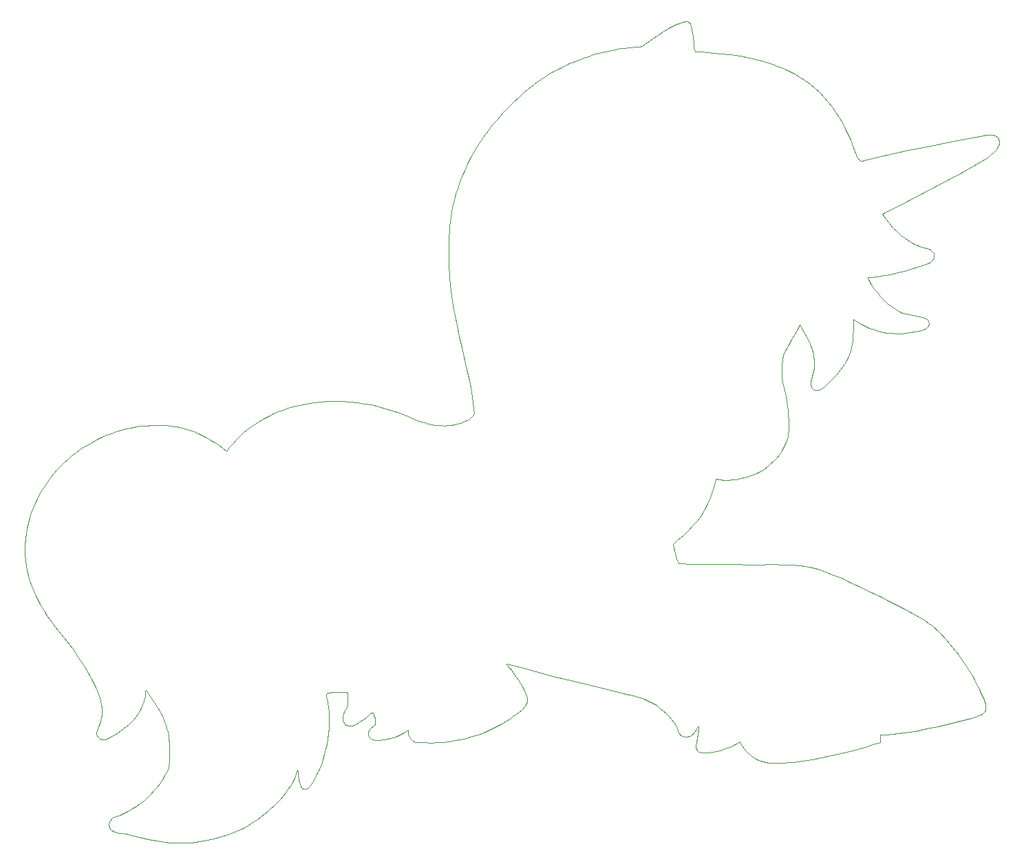
<source format=gbr>
%TF.GenerationSoftware,KiCad,Pcbnew,8.0.1*%
%TF.CreationDate,2024-04-02T10:44:01+02:00*%
%TF.ProjectId,Einhorn,45696e68-6f72-46e2-9e6b-696361645f70,rev?*%
%TF.SameCoordinates,Original*%
%TF.FileFunction,Profile,NP*%
%FSLAX46Y46*%
G04 Gerber Fmt 4.6, Leading zero omitted, Abs format (unit mm)*
G04 Created by KiCad (PCBNEW 8.0.1) date 2024-04-02 10:44:01*
%MOMM*%
%LPD*%
G01*
G04 APERTURE LIST*
%TA.AperFunction,Profile*%
%ADD10C,0.100000*%
%TD*%
G04 APERTURE END LIST*
D10*
X28613860Y-95213200D02*
X29093870Y-95971000D01*
X44070810Y-117159400D02*
X44941310Y-116966400D01*
X73863510Y-42201800D02*
X73829210Y-42795400D01*
X75790610Y-65597400D02*
X75505210Y-65714300D01*
X32353610Y-104385600D02*
X32726010Y-104178600D01*
X126106610Y-54357900D02*
X126650610Y-54515600D01*
X88669910Y-21584100D02*
X87553410Y-22114600D01*
X114180610Y-21857300D02*
X113626310Y-21654600D01*
X74876810Y-36965900D02*
X74701710Y-37533500D01*
X26983510Y-70246900D02*
X26520220Y-70665600D01*
X125529610Y-48341100D02*
X125431610Y-48175300D01*
X115214710Y-56931300D02*
X115359810Y-56632900D01*
X104471810Y-103148600D02*
X104493610Y-103138600D01*
X61002410Y-98941900D02*
X61195010Y-98981800D01*
X60777510Y-101924300D02*
X60759210Y-102068300D01*
X113066110Y-21468800D02*
X112500610Y-21298900D01*
X105737410Y-83233000D02*
X103897810Y-83208700D01*
X35347810Y-66303700D02*
X34734210Y-66413200D01*
X115535610Y-67419200D02*
X115584210Y-67140900D01*
X126869610Y-104309700D02*
X126908610Y-104233700D01*
X64158310Y-101592600D02*
X64297810Y-101501500D01*
X54573210Y-109999400D02*
X54814810Y-109528400D01*
X65628710Y-104820900D02*
X65910010Y-104786100D01*
X115093110Y-57236500D02*
X115214710Y-56931300D01*
X73810710Y-43390000D02*
X73807910Y-43985100D01*
X127767610Y-54728100D02*
X128334610Y-54784100D01*
X131670610Y-52717000D02*
X130850610Y-52569900D01*
X62541210Y-63296200D02*
X61651710Y-63200300D01*
X113370910Y-70870700D02*
X113740910Y-70515600D01*
X59866510Y-63119300D02*
X58973710Y-63136100D01*
X138511610Y-97449500D02*
X138215610Y-96916500D01*
X23166220Y-75127200D02*
X22898100Y-75691000D01*
X22263390Y-85243900D02*
X22478180Y-85864300D01*
X105983110Y-74990300D02*
X106253610Y-74246900D01*
X70142410Y-105123200D02*
X70880010Y-105160300D01*
X36448710Y-99545200D02*
X36468010Y-99390300D01*
X25230000Y-72020000D02*
X24835660Y-72502600D01*
X39429110Y-105167500D02*
X39441510Y-106638100D01*
X122942610Y-57781500D02*
X123114610Y-57383400D01*
X73818210Y-46462800D02*
X73887110Y-47699100D01*
X105087710Y-76819500D02*
X105298710Y-76463300D01*
X35579510Y-101613400D02*
X35803210Y-101252300D01*
X22229110Y-77476900D02*
X22055900Y-78110100D01*
X138794610Y-97989600D02*
X138511610Y-97449500D01*
X96868810Y-19544800D02*
X96101710Y-19618800D01*
X45977010Y-68921200D02*
X45509310Y-68568900D01*
X34140010Y-116388400D02*
X34443310Y-116445400D01*
X47637110Y-67886200D02*
X47213210Y-68338000D01*
X37139010Y-111496400D02*
X36722610Y-111899400D01*
X21734224Y-82676400D02*
X21817311Y-83327800D01*
X74542210Y-38105500D02*
X74398310Y-38681600D01*
X102788810Y-104419300D02*
X102930510Y-104438200D01*
X55499210Y-110305400D02*
X55629310Y-110561400D01*
X33452110Y-103717100D02*
X33801610Y-103462800D01*
X58719710Y-99391200D02*
X58709010Y-99301400D01*
X37103010Y-99442400D02*
X37594210Y-100192900D01*
X37534310Y-111072400D02*
X37139010Y-111496400D01*
X70883110Y-65794400D02*
X70095010Y-65543400D01*
X63008510Y-102508300D02*
X63552410Y-102125000D01*
X118597110Y-57076200D02*
X118670010Y-57403900D01*
X116974010Y-53757400D02*
X117347510Y-54312400D01*
X82364210Y-97451200D02*
X82085910Y-97039200D01*
X73807910Y-43985100D02*
X73791510Y-45224500D01*
X42968210Y-67106300D02*
X42425910Y-66882200D01*
X123502610Y-55241400D02*
X123565610Y-54135700D01*
X109614210Y-20661300D02*
X108442710Y-20489700D01*
X36603710Y-98710300D02*
X37103010Y-99442400D01*
X140917610Y-30422500D02*
X140782610Y-30379800D01*
X104216710Y-105499200D02*
X104204510Y-105819900D01*
X139506610Y-99540000D02*
X139345610Y-99203000D01*
X104415310Y-103221600D02*
X104471810Y-103148600D01*
X63923610Y-104129600D02*
X63934510Y-104246400D01*
X58753110Y-99165800D02*
X58802910Y-99116900D01*
X76871610Y-63982900D02*
X76940810Y-64671400D01*
X140830610Y-32533800D02*
X141063610Y-32295100D01*
X41314610Y-66512100D02*
X40747510Y-66368600D01*
X62716910Y-102706200D02*
X63008510Y-102508300D01*
X34870110Y-113286400D02*
X34366210Y-113572400D01*
X103599610Y-16960850D02*
X103518510Y-16748810D01*
X37209110Y-66124300D02*
X36586010Y-66158800D01*
X101395910Y-80698800D02*
X102030210Y-80169000D01*
X63947210Y-103889500D02*
X63923610Y-104129600D01*
X39141610Y-103409400D02*
X39253310Y-103838700D01*
X24726660Y-89973400D02*
X25404540Y-90874400D01*
X93351910Y-20029800D02*
X92750010Y-20169400D01*
X83384010Y-100291900D02*
X83443310Y-100090600D01*
X64356110Y-104763200D02*
X64491610Y-104798400D01*
X115021010Y-61438400D02*
X114910410Y-60802500D01*
X32634810Y-116115400D02*
X32920810Y-116212400D01*
X31369610Y-104796600D02*
X31499110Y-104787900D01*
X30887510Y-102834200D02*
X30756930Y-103197500D01*
X56310910Y-63428200D02*
X55433210Y-63609400D01*
X115269510Y-22316400D02*
X114728610Y-22077600D01*
X97314910Y-99583700D02*
X97852010Y-99775900D01*
X140577610Y-32755300D02*
X140830610Y-32533800D01*
X132073610Y-52810100D02*
X131670610Y-52717000D01*
X49023410Y-66636800D02*
X48543310Y-67034900D01*
X133047610Y-46037600D02*
X133273610Y-45843800D01*
X106702510Y-72730000D02*
X107209110Y-72792700D01*
X38676410Y-102159700D02*
X38851010Y-102570100D01*
X114787710Y-69240300D02*
X115068910Y-68748300D01*
X128430610Y-41756300D02*
X127987610Y-41235800D01*
X39399210Y-104717600D02*
X39429110Y-105167500D01*
X80971010Y-95433300D02*
X81026910Y-95439100D01*
X131215610Y-103737500D02*
X132607610Y-103471600D01*
X125972610Y-86717200D02*
X124063610Y-85800000D01*
X74270110Y-39261400D02*
X74157410Y-39844400D01*
X116196010Y-107552700D02*
X117372510Y-107403900D01*
X33092810Y-103955800D02*
X33452110Y-103717100D01*
X76010910Y-104582100D02*
X76723910Y-104382300D01*
X30976610Y-100062100D02*
X31081610Y-100499800D01*
X59807710Y-98932100D02*
X60204410Y-98902000D01*
X111054010Y-106785100D02*
X111323410Y-106974500D01*
X60204410Y-98902000D02*
X60606210Y-98901200D01*
X21725958Y-80051600D02*
X21679709Y-80707300D01*
X61625210Y-103095500D02*
X61786010Y-103088400D01*
X133497610Y-45494900D02*
X133531610Y-45366300D01*
X102286210Y-104159000D02*
X102397810Y-104252400D01*
X103257210Y-79051400D02*
X103832410Y-78454900D01*
X32040910Y-115531400D02*
X32088610Y-115653400D01*
X64027110Y-103654900D02*
X63947210Y-103889500D01*
X123495610Y-55689700D02*
X123502610Y-55241400D01*
X125977610Y-105405000D02*
X126895610Y-105103100D01*
X69695810Y-105083900D02*
X69837110Y-105116400D01*
X115391810Y-63130000D02*
X115283410Y-62562700D01*
X74831010Y-53813500D02*
X75121710Y-55164800D01*
X125573610Y-54165000D02*
X126106610Y-54357900D01*
X29093870Y-95971000D02*
X29555450Y-96748500D01*
X102933010Y-16353070D02*
X102933010Y-16353070D01*
X64776810Y-104829700D02*
X65061710Y-104843400D01*
X132679610Y-53067300D02*
X132583610Y-52993200D01*
X100886610Y-101880100D02*
X101199810Y-102241800D01*
X114458610Y-69702800D02*
X114787710Y-69240300D01*
X31178110Y-67557500D02*
X30613380Y-67825000D01*
X67278010Y-104407200D02*
X67799510Y-104173800D01*
X69122210Y-104688300D02*
X69217610Y-104793700D01*
X106474610Y-20273400D02*
X105674710Y-20211000D01*
X57293110Y-109611400D02*
X57593010Y-109032400D01*
X49451910Y-115135400D02*
X49820310Y-114880400D01*
X128904610Y-54807400D02*
X129475610Y-54798900D01*
X131539610Y-89597000D02*
X130632610Y-89081900D01*
X64572110Y-101667300D02*
X64609310Y-101797100D01*
X122212610Y-28877600D02*
X121820610Y-28201600D01*
X141162610Y-30549400D02*
X141044610Y-30478900D01*
X59438710Y-98982400D02*
X59637610Y-98964100D01*
X110328610Y-106110800D02*
X110555610Y-106351800D01*
X61463510Y-103079800D02*
X61625210Y-103095500D01*
X132815610Y-53248600D02*
X132756610Y-53153200D01*
X52687510Y-112537400D02*
X53047210Y-112148400D01*
X103217410Y-104422500D02*
X103358110Y-104388600D01*
X80943010Y-95446100D02*
X80971010Y-95433300D01*
X104460110Y-106205700D02*
X104573410Y-106285400D01*
X36286310Y-112280400D02*
X35831410Y-112639400D01*
X101730410Y-103033300D02*
X101939310Y-103462500D01*
X103944610Y-103970600D02*
X104022810Y-103839400D01*
X126558610Y-47781900D02*
X127387610Y-47662100D01*
X54022410Y-110899400D02*
X54308610Y-110456400D01*
X115584210Y-67140900D02*
X115616710Y-66859800D01*
X34734210Y-66413200D02*
X34125310Y-66546700D01*
X125429610Y-47885700D02*
X125496610Y-47864200D01*
X52215910Y-64678700D02*
X51652010Y-64950300D01*
X114993610Y-57547900D02*
X115093110Y-57236500D01*
X127835610Y-87661300D02*
X126899610Y-87195700D01*
X91559410Y-20497900D02*
X90971210Y-20685700D01*
X61138110Y-102970300D02*
X61301010Y-103038800D01*
X32523110Y-114387400D02*
X32411810Y-114467400D01*
X68789010Y-103892200D02*
X68851310Y-104179200D01*
X134157610Y-91595500D02*
X133280610Y-90750200D01*
X26802200Y-92650200D02*
X27483510Y-93550200D01*
X121402610Y-27542800D02*
X120957610Y-26904000D01*
X118695310Y-61716300D02*
X118807810Y-61767000D01*
X115618910Y-65426100D02*
X115597810Y-64848700D01*
X120160510Y-84150000D02*
X119159410Y-83808000D01*
X69323210Y-104887400D02*
X69438410Y-104967900D01*
X30880310Y-104670800D02*
X30993710Y-104725300D01*
X28462340Y-69096000D02*
X27955320Y-69461600D01*
X105674710Y-20211000D02*
X104878310Y-20153000D01*
X103897810Y-83208700D02*
X102067710Y-83144100D01*
X51523210Y-113622400D02*
X51924310Y-113274400D01*
X132607610Y-103471600D02*
X133992610Y-103167500D01*
X82880710Y-98299100D02*
X82630910Y-97870800D01*
X119710510Y-106975700D02*
X120873610Y-106722400D01*
X113824810Y-107654400D02*
X114420010Y-107657400D01*
X140496610Y-30332700D02*
X140201610Y-30333100D01*
X51111010Y-113957400D02*
X51523210Y-113622400D01*
X72358210Y-105143700D02*
X73096210Y-105090400D01*
X103494010Y-104337800D02*
X103622810Y-104270200D01*
X101482510Y-102626300D02*
X101730410Y-103033300D01*
X61301010Y-103038800D02*
X61463510Y-103079800D01*
X139851610Y-100574000D02*
X139821610Y-100398800D01*
X132235610Y-46361800D02*
X132507610Y-46303000D01*
X44941310Y-116966400D02*
X45804110Y-116741400D01*
X103358110Y-104388600D02*
X103494010Y-104337800D01*
X139657610Y-99880500D02*
X139506610Y-99540000D01*
X111323410Y-106974500D02*
X111604810Y-107144100D01*
X131725610Y-54457500D02*
X132268610Y-54298600D01*
X118890410Y-24605300D02*
X118298310Y-24108800D01*
X69837110Y-105116400D02*
X69986110Y-105130000D01*
X119159410Y-83808000D02*
X118145510Y-83505300D01*
X78049710Y-30627000D02*
X77524710Y-31413500D01*
X100164310Y-17670200D02*
X99517310Y-18092100D01*
X55353910Y-109735400D02*
X55411010Y-110027400D01*
X107619210Y-105985000D02*
X108037810Y-105842500D01*
X60606210Y-98901200D02*
X61002410Y-98941900D01*
X125723610Y-47872600D02*
X126558610Y-47781900D01*
X121150610Y-84525600D02*
X120160510Y-84150000D01*
X65180610Y-63792800D02*
X64307010Y-63593400D01*
X58884110Y-100138300D02*
X58755710Y-99497700D01*
X131446610Y-46645000D02*
X132235610Y-46361800D01*
X130441610Y-52490800D02*
X130039610Y-52391300D01*
X104022810Y-103839400D02*
X104101010Y-103764700D01*
X39339910Y-104274700D02*
X39399210Y-104717600D01*
X101878310Y-82538900D02*
X101708210Y-81928100D01*
X104204510Y-105819900D02*
X104274010Y-105975200D01*
X128212610Y-47513700D02*
X129031610Y-47337200D01*
X53390410Y-111745400D02*
X53715910Y-111329400D01*
X34463410Y-102907500D02*
X34771510Y-102606700D01*
X30483320Y-104058400D02*
X30504310Y-104191800D01*
X117062010Y-83366400D02*
X115974710Y-83283200D01*
X55411010Y-110027400D02*
X55499210Y-110305400D01*
X120849610Y-60584400D02*
X121458610Y-59948700D01*
X106762410Y-106203500D02*
X107193410Y-106104800D01*
X117372510Y-107403900D02*
X118543810Y-107207300D01*
X44530610Y-67920500D02*
X44021510Y-67626700D01*
X132856610Y-53351200D02*
X132815610Y-53248600D01*
X114884610Y-83242800D02*
X113792510Y-83232400D01*
X47893610Y-115988400D02*
X48294610Y-115798400D01*
X140071610Y-33153300D02*
X140577610Y-32755300D01*
X49074410Y-115373400D02*
X49451910Y-115135400D01*
X124162610Y-33233800D02*
X124062610Y-33032600D01*
X115013610Y-107640400D02*
X115605610Y-107605400D01*
X126995610Y-104204600D02*
X127703610Y-104168600D01*
X118807810Y-61767000D02*
X118927010Y-61795300D01*
X141361610Y-30735200D02*
X141268610Y-30634700D01*
X73997210Y-48932200D02*
X74147610Y-50161200D01*
X54562810Y-63834300D02*
X53964410Y-64007700D01*
X116618210Y-54406400D02*
X116974010Y-53757400D01*
X48080810Y-67451600D02*
X47637110Y-67886200D01*
X21683694Y-82021300D02*
X21734224Y-82676400D01*
X100825310Y-17274550D02*
X100164310Y-17670200D01*
X61945510Y-103061100D02*
X62103710Y-103015900D01*
X75273710Y-35845800D02*
X75067510Y-36403200D01*
X102187810Y-104046200D02*
X102286210Y-104159000D01*
X118543810Y-107207300D02*
X119710510Y-106975700D01*
X50258210Y-114586400D02*
X50688910Y-114278400D01*
X33801610Y-103462800D02*
X34139510Y-103192900D01*
X71282710Y-65897900D02*
X70883110Y-65794400D01*
X118927010Y-61795300D02*
X119051110Y-61803100D01*
X132424610Y-90149700D02*
X131539610Y-89597000D01*
X73913410Y-41609500D02*
X73863510Y-42201800D01*
X118737610Y-59075800D02*
X118670710Y-59411300D01*
X130045610Y-54758900D02*
X130612610Y-54688300D01*
X133391610Y-44812000D02*
X133285610Y-44693000D01*
X56326210Y-110836400D02*
X56436210Y-110786400D01*
X77524710Y-31413500D02*
X77029210Y-32219100D01*
X36414310Y-99660700D02*
X36448710Y-99545200D01*
X141063610Y-32295100D02*
X141265610Y-32037500D01*
X32089810Y-114895400D02*
X32045110Y-115020400D01*
X45509310Y-68568900D02*
X45026910Y-68234900D01*
X101851910Y-16753840D02*
X101504310Y-16915900D01*
X133473610Y-44955000D02*
X133391610Y-44812000D01*
X127577610Y-40685500D02*
X127198610Y-40108900D01*
X133441610Y-45617900D02*
X133497610Y-45494900D01*
X74157410Y-39844400D02*
X74060410Y-40430400D01*
X76132010Y-33886800D02*
X75732810Y-34748200D01*
X133044610Y-44503100D02*
X132911610Y-44428300D01*
X97618210Y-19406000D02*
X97246510Y-19487100D01*
X77428110Y-104153900D02*
X78122110Y-103897000D01*
X109749110Y-105307200D02*
X109924310Y-105587100D01*
X23247460Y-87582100D02*
X23509050Y-88082500D01*
X56727710Y-110535400D02*
X56894010Y-110311400D01*
X38851010Y-102570100D02*
X39006810Y-102986600D01*
X86620510Y-96963800D02*
X88424810Y-97411900D01*
X81728010Y-101942000D02*
X82083510Y-101688200D01*
X39463010Y-117466400D02*
X39996210Y-117504400D01*
X103851510Y-18288300D02*
X103799510Y-17838200D01*
X34139510Y-103192900D02*
X34463410Y-102907500D01*
X103074110Y-104439200D02*
X103217410Y-104422500D01*
X119982510Y-25697700D02*
X119451510Y-25135800D01*
X130839610Y-43637000D02*
X130537610Y-43471200D01*
X64609310Y-101797100D02*
X64708110Y-101988300D01*
X102653610Y-79621300D02*
X103257210Y-79051400D01*
X61259110Y-100847200D02*
X61105910Y-101088900D01*
X76042510Y-59215500D02*
X76326110Y-60570300D01*
X94947110Y-19734000D02*
X94567710Y-19802300D01*
X61195010Y-98981800D02*
X61382210Y-99036700D01*
X124433610Y-33514100D02*
X124353610Y-33465300D01*
X132507610Y-46303000D02*
X132785610Y-46192800D01*
X126543610Y-49773500D02*
X126177610Y-49298000D01*
X121458610Y-59948700D02*
X121748610Y-59614400D01*
X139345610Y-99203000D02*
X139191610Y-98868800D01*
X117018010Y-23229700D02*
X116328210Y-22852700D01*
X121748610Y-59614400D02*
X122023610Y-59269100D01*
X55263010Y-108833400D02*
X55290610Y-109131400D01*
X132809610Y-53891700D02*
X132850610Y-53787600D01*
X113626310Y-21654600D02*
X113066110Y-21468800D01*
X129475610Y-54798900D02*
X130045610Y-54758900D01*
X124521610Y-33544700D02*
X124433610Y-33514100D01*
X104101010Y-103764700D02*
X104183810Y-103640700D01*
X114813810Y-58509700D02*
X114855310Y-58185400D01*
X64528210Y-101574500D02*
X64572110Y-101667300D01*
X115885810Y-55693300D02*
X116252010Y-55049900D01*
X30776530Y-104601800D02*
X30880310Y-104670800D01*
X105429910Y-106409300D02*
X105742610Y-106370600D01*
X33317710Y-114066400D02*
X32775510Y-114273400D01*
X82440510Y-101423500D02*
X82776910Y-101139500D01*
X118012410Y-55493200D02*
X118285910Y-56114100D01*
X103850410Y-104086300D02*
X103944610Y-103970600D01*
X47213210Y-68338000D02*
X46810210Y-68806400D01*
X83477910Y-99648000D02*
X83309410Y-99186500D01*
X60768710Y-102350200D02*
X60799710Y-102486100D01*
X115481910Y-63700300D02*
X115391810Y-63130000D01*
X93957910Y-19907300D02*
X93351910Y-20029800D01*
X82630910Y-97870800D02*
X82364210Y-97451200D01*
X123370610Y-56556700D02*
X123450610Y-56128200D01*
X127987610Y-41235800D02*
X127577610Y-40685500D01*
X30546400Y-104313400D02*
X30607320Y-104422600D01*
X29986570Y-97546000D02*
X30375160Y-98363900D01*
X58691710Y-105966600D02*
X58829010Y-105328600D01*
X71619110Y-105167100D02*
X72358210Y-105143700D01*
X30852010Y-99629600D02*
X30976610Y-100062100D01*
X141439610Y-30851600D02*
X141361610Y-30735200D01*
X32045110Y-115020400D02*
X32016910Y-115148400D01*
X88424810Y-97411900D02*
X92039110Y-98286200D01*
X22726270Y-86472700D02*
X23007800Y-87067500D01*
X56894010Y-110311400D02*
X57041510Y-110068400D01*
X105671810Y-75717700D02*
X105983110Y-74990300D01*
X29514780Y-68421200D02*
X28982410Y-68749000D01*
X123189610Y-106202600D02*
X124124610Y-105956400D01*
X132785610Y-46192800D02*
X133047610Y-46037600D01*
X36000610Y-100876300D02*
X36169610Y-100485700D01*
X66189310Y-104736700D02*
X66740210Y-104596800D01*
X114910410Y-60802500D02*
X114827510Y-60152200D01*
X73829210Y-42795400D02*
X73810710Y-43390000D01*
X45026910Y-68234900D02*
X44530610Y-67920500D01*
X126650610Y-54515600D02*
X127205610Y-54638800D01*
X75067510Y-36403200D02*
X74876810Y-36965900D01*
X126927610Y-50234500D02*
X126543610Y-49773500D01*
X117347510Y-54312400D02*
X117696610Y-54891800D01*
X40747510Y-66368600D02*
X40174010Y-66254400D01*
X130612610Y-54688300D02*
X131172610Y-54587600D01*
X118780310Y-58403600D02*
X118777210Y-58741300D01*
X32364610Y-115970400D02*
X32634810Y-116115400D01*
X64297810Y-101501500D02*
X64362410Y-101482400D01*
X114855310Y-58185400D02*
X114914810Y-57864500D01*
X109226610Y-105264700D02*
X109593110Y-105017100D01*
X70880010Y-105160300D02*
X71619110Y-105167100D01*
X122922610Y-30269800D02*
X122579610Y-29568000D01*
X96101710Y-19618800D02*
X95330310Y-19685500D01*
X23790180Y-88570300D02*
X24088420Y-89047000D01*
X22478180Y-85864300D02*
X22726270Y-86472700D01*
X104183810Y-103640700D02*
X104345510Y-103344400D01*
X104387510Y-104542900D02*
X104258510Y-105180100D01*
X78602910Y-29860000D02*
X78049710Y-30627000D01*
X25404540Y-90874400D02*
X26802200Y-92650200D01*
X61105910Y-101088900D02*
X60965810Y-101354800D01*
X139778610Y-100224900D02*
X139657610Y-99880500D01*
X132329610Y-44216200D02*
X131718610Y-44046700D01*
X50688910Y-114278400D02*
X51111010Y-113957400D01*
X104258510Y-105180100D02*
X104216710Y-105499200D01*
X141500610Y-30984500D02*
X141439610Y-30851600D01*
X27462130Y-69845400D02*
X26983510Y-70246900D01*
X102565710Y-16471070D02*
X102205510Y-16605120D01*
X57593010Y-109032400D02*
X57866610Y-108440400D01*
X106253610Y-74246900D02*
X106490910Y-73492000D01*
X36495310Y-98881600D02*
X36514410Y-98761400D01*
X41874410Y-66683700D02*
X41314610Y-66512100D01*
X115612410Y-66005200D02*
X115618910Y-65426100D01*
X97852010Y-99775900D02*
X98373710Y-100002200D01*
X64143510Y-104640400D02*
X64240310Y-104709800D01*
X99806510Y-100935100D02*
X100185710Y-101226400D01*
X28982410Y-68749000D02*
X28462340Y-69096000D01*
X32411810Y-114467400D02*
X32311810Y-114559400D01*
X30485720Y-103913600D02*
X30483320Y-104058400D01*
X58082610Y-63192500D02*
X57194510Y-63289600D01*
X40530110Y-117525400D02*
X41064210Y-117527400D01*
X132211610Y-31848500D02*
X130359610Y-32227500D01*
X118762710Y-58067900D02*
X118780310Y-58403600D01*
X139912610Y-30376400D02*
X139644610Y-30458100D01*
X92039110Y-98286200D02*
X95651210Y-99164200D01*
X56539510Y-110718400D02*
X56727710Y-110535400D01*
X125388610Y-47921900D02*
X125429610Y-47885700D01*
X74536610Y-66011300D02*
X74129810Y-66079700D01*
X46429110Y-69290600D02*
X45977010Y-68921200D01*
X30375160Y-98363900D02*
X30549750Y-98780600D01*
X61335310Y-100417600D02*
X61259110Y-100847200D01*
X133531610Y-45366300D02*
X133540610Y-45232900D01*
X59230810Y-98999200D02*
X59438710Y-98982400D01*
X110797810Y-106577000D02*
X111054010Y-106785100D01*
X35358910Y-112975400D02*
X34870110Y-113286400D01*
X58981710Y-100783700D02*
X58884110Y-100138300D01*
X55952410Y-110844400D02*
X56084810Y-110867400D01*
X132683610Y-54078100D02*
X132753610Y-53989300D01*
X66902010Y-64288000D02*
X66046010Y-64024700D01*
X120873610Y-106722400D02*
X123189610Y-106202600D01*
X35770910Y-116811400D02*
X36815610Y-117056400D01*
X126895610Y-105103100D02*
X126924610Y-104988400D01*
X103062410Y-16370300D02*
X102933010Y-16353070D01*
X74337310Y-51385100D02*
X74565410Y-52602900D01*
X39435410Y-107393500D02*
X39396910Y-108132400D01*
X64307010Y-63593400D02*
X63426710Y-63427500D01*
X103832410Y-78454900D02*
X104370210Y-77827600D01*
X30613380Y-67825000D02*
X30058690Y-68113000D01*
X113488110Y-107663400D02*
X113824810Y-107654400D01*
X74147610Y-50161200D02*
X74337310Y-51385100D01*
X73887110Y-47699100D02*
X73997210Y-48932200D01*
X124731610Y-33541800D02*
X124620610Y-33554800D01*
X30058690Y-68113000D02*
X29514780Y-68421200D01*
X55629310Y-110561400D02*
X55713410Y-110680400D01*
X73721910Y-66121800D02*
X73313310Y-66138800D01*
X103799510Y-17838200D02*
X103720610Y-17394550D01*
X28127470Y-94474800D02*
X28613860Y-95213200D01*
X130632610Y-89081900D02*
X129708610Y-88594300D01*
X104345510Y-103344400D02*
X104415310Y-103221600D01*
X104573410Y-106285400D02*
X104697810Y-106344400D01*
X129031610Y-47337200D02*
X129844610Y-47133300D01*
X27955320Y-69461600D02*
X27462130Y-69845400D01*
X118670010Y-57403900D02*
X118725610Y-57734600D01*
X60850510Y-102617200D02*
X60922810Y-102742300D01*
X102520210Y-104326800D02*
X102651310Y-104382300D01*
X104973710Y-106409500D02*
X105121810Y-106420200D01*
X53964410Y-64007700D02*
X53373110Y-64206600D01*
X64004610Y-104462400D02*
X64065210Y-104557200D01*
X82440610Y-25681600D02*
X81745810Y-26326200D01*
X89809710Y-21106500D02*
X88669910Y-21584100D01*
X104861910Y-77165200D02*
X105087710Y-76819500D01*
X123976610Y-32816500D02*
X123894610Y-32604600D01*
X58113610Y-107836400D02*
X58333610Y-107221600D01*
X92152410Y-20325600D02*
X91559410Y-20497900D01*
X132583610Y-52993200D02*
X132468610Y-52933100D01*
X21933100Y-83974000D02*
X22081740Y-84613300D01*
X64642110Y-102978500D02*
X64510010Y-103139100D01*
X101504310Y-16915900D02*
X100825310Y-17274550D01*
X32088610Y-115653400D02*
X32157710Y-115768400D01*
X119308110Y-61764800D02*
X119565810Y-61667400D01*
X136909610Y-34990200D02*
X138498610Y-34086100D01*
X120484110Y-26288000D02*
X119982510Y-25697700D01*
X108741810Y-72798400D02*
X109250110Y-72739900D01*
X141518610Y-31458800D02*
X141540610Y-31299600D01*
X24460470Y-72999900D02*
X24105160Y-73511600D01*
X107268510Y-20356100D02*
X106474610Y-20273400D01*
X110739110Y-72384200D02*
X111216610Y-72205900D01*
X53047210Y-112148400D02*
X53390410Y-111745400D01*
X55713410Y-110680400D02*
X55811910Y-110790400D01*
X36169610Y-100485700D02*
X36308210Y-100080400D01*
X58973710Y-63136100D02*
X58082610Y-63192500D01*
X99517310Y-18092100D02*
X98880010Y-18529200D01*
X139863610Y-100750500D02*
X139851610Y-100574000D01*
X124620610Y-33554800D02*
X124521610Y-33544700D01*
X79474710Y-103298600D02*
X80130710Y-102957600D01*
X101199810Y-102241800D02*
X101482510Y-102626300D01*
X39253310Y-103838700D02*
X39339910Y-104274700D01*
X32775510Y-114273400D02*
X32644710Y-114321400D01*
X58829010Y-105328600D02*
X58938110Y-104685200D01*
X59637610Y-98964100D02*
X59807710Y-98932100D01*
X129959610Y-43104500D02*
X129415610Y-42694100D01*
X138562610Y-101970100D02*
X139036610Y-101826900D01*
X141542610Y-31134300D02*
X141500610Y-30984500D01*
X81514910Y-96233100D02*
X81429910Y-96103500D01*
X78122110Y-103897000D02*
X78804710Y-103611800D01*
X74701710Y-37533500D02*
X74542210Y-38105500D01*
X103183210Y-16422330D02*
X103062410Y-16370300D01*
X22081740Y-84613300D02*
X22263390Y-85243900D01*
X41064210Y-117527400D02*
X41598410Y-117509400D01*
X34125310Y-66546700D02*
X33521910Y-66703700D01*
X22653670Y-76266700D02*
X22433700Y-76853700D01*
X39011210Y-66119100D02*
X38423910Y-66100300D01*
X62103710Y-103015900D02*
X62414610Y-102881900D01*
X112500610Y-21298900D02*
X111930510Y-21144300D01*
X82776910Y-101139500D02*
X82930610Y-100987800D01*
X76940810Y-64671400D02*
X76773710Y-64916800D01*
X33523510Y-116316400D02*
X34140010Y-116388400D01*
X101708210Y-81928100D02*
X101395910Y-80698800D01*
X108446710Y-105675900D02*
X108843710Y-105483800D01*
X115605610Y-107605400D02*
X116196010Y-107552700D01*
X76723910Y-104382300D02*
X77428110Y-104153900D01*
X38485110Y-101755200D02*
X38676410Y-102159700D01*
X61018110Y-102860300D02*
X61138110Y-102970300D01*
X133169610Y-44590700D02*
X133044610Y-44503100D01*
X141044610Y-30478900D02*
X140917610Y-30422500D01*
X69986110Y-105130000D02*
X70142410Y-105123200D01*
X141540610Y-31299600D02*
X141542610Y-31134300D01*
X80130710Y-102957600D02*
X80771510Y-102589000D01*
X30504310Y-104191800D02*
X30546400Y-104313400D01*
X121820610Y-28201600D02*
X121402610Y-27542800D01*
X115802910Y-22574500D02*
X115269510Y-22316400D01*
X31003810Y-102466500D02*
X30887510Y-102834200D01*
X36485310Y-99039300D02*
X36495310Y-98881600D01*
X104533610Y-103578400D02*
X104505610Y-103902100D01*
X128906610Y-42243600D02*
X128430610Y-41756300D01*
X114420010Y-107657400D02*
X115013610Y-107640400D01*
X126899610Y-87195700D02*
X125972610Y-86717200D01*
X124124610Y-105956400D02*
X125053610Y-105690000D01*
X24088420Y-89047000D02*
X24401390Y-89514200D01*
X99355010Y-100576900D02*
X99806510Y-100935100D01*
X56436210Y-110786400D02*
X56539510Y-110718400D01*
X36815610Y-117056400D02*
X37869610Y-117260400D01*
X114914810Y-57864500D02*
X114993610Y-57547900D01*
X103720610Y-17394550D02*
X103599610Y-16960850D01*
X133992610Y-103167500D02*
X135372610Y-102835200D01*
X108442710Y-20489700D02*
X107268510Y-20356100D01*
X63961310Y-104358000D02*
X64004610Y-104462400D01*
X104453310Y-104223300D02*
X104387510Y-104542900D01*
X64478210Y-101515300D02*
X64528210Y-101574500D01*
X73791510Y-45224500D02*
X73818210Y-46462800D01*
X127767610Y-51085500D02*
X127334610Y-50674200D01*
X31499110Y-104787900D02*
X31627010Y-104762000D01*
X53715910Y-111329400D02*
X54022410Y-110899400D01*
X125371610Y-47970800D02*
X125388610Y-47921900D01*
X60759710Y-63141100D02*
X59866510Y-63119300D01*
X57041510Y-110068400D02*
X57293110Y-109611400D01*
X76067910Y-65463500D02*
X75790610Y-65597400D01*
X83195010Y-100659700D02*
X83300310Y-100481300D01*
X51924310Y-113274400D02*
X52312810Y-112912400D01*
X118725610Y-57734600D02*
X118762710Y-58067900D01*
X47486110Y-116163400D02*
X47893610Y-115988400D01*
X126922610Y-104851300D02*
X126879610Y-104556100D01*
X125496610Y-47864200D02*
X125593610Y-47859200D01*
X79788510Y-28385400D02*
X79182910Y-29112700D01*
X60759210Y-102068300D02*
X60755710Y-102210600D01*
X76567310Y-65127600D02*
X76329410Y-65308400D01*
X112563910Y-71493100D02*
X112977910Y-71196600D01*
X102104810Y-103913600D02*
X102187810Y-104046200D01*
X127334610Y-50674200D02*
X126927610Y-50234500D01*
X123450610Y-56128200D02*
X123495610Y-55689700D01*
X35061610Y-102290700D02*
X35331610Y-101959600D01*
X102205510Y-16605120D02*
X101851910Y-16753840D01*
X21665571Y-81364400D02*
X21683694Y-82021300D01*
X107719210Y-72824900D02*
X108230810Y-72826800D01*
X30607320Y-104422600D02*
X30684790Y-104518900D01*
X68780610Y-103599200D02*
X68789010Y-103892200D01*
X55433210Y-63609400D02*
X54562810Y-63834300D01*
X66740210Y-104596800D02*
X67278010Y-104407200D01*
X123809610Y-32416200D02*
X123536610Y-31696800D01*
X73313310Y-66138800D02*
X72904910Y-66132200D01*
X68301510Y-103902400D02*
X68780610Y-103599200D01*
X103518510Y-16748810D02*
X103421210Y-16540570D01*
X125431610Y-48175300D02*
X125375610Y-48030600D01*
X141265610Y-32037500D02*
X141421610Y-31759300D01*
X39396910Y-108132400D02*
X39153110Y-108665400D01*
X123604610Y-53028800D02*
X124068610Y-53368900D01*
X58938110Y-104685200D02*
X59018610Y-104037800D01*
X68851310Y-104179200D02*
X68963610Y-104448400D01*
X103622810Y-104270200D02*
X103742410Y-104186300D01*
X61651710Y-63200300D02*
X60759710Y-63141100D01*
X136542610Y-94367100D02*
X135790610Y-93406000D01*
X32334510Y-67086500D02*
X31752010Y-67311200D01*
X113156210Y-107643400D02*
X113488110Y-107663400D01*
X53373110Y-64206600D02*
X52789910Y-64430500D01*
X139713610Y-101388900D02*
X139776610Y-101288600D01*
X31186810Y-101332900D02*
X31161610Y-101716400D01*
X102030210Y-80169000D02*
X102653610Y-79621300D01*
X26520220Y-70665600D02*
X26073040Y-71101000D01*
X73979110Y-41018900D02*
X73913410Y-41609500D01*
X133280610Y-90750200D02*
X132856610Y-90443400D01*
X49520210Y-66258100D02*
X49023410Y-66636800D01*
X120031810Y-61357300D02*
X120214210Y-61175300D01*
X73831810Y-105007400D02*
X74563610Y-104894800D01*
X32726010Y-104178600D02*
X33092810Y-103955800D01*
X115298210Y-68231400D02*
X115392010Y-67965000D01*
X30684790Y-104518900D02*
X30776530Y-104601800D01*
X129844610Y-47133300D02*
X130649610Y-46902400D01*
X118413910Y-61409900D02*
X118496810Y-61539600D01*
X104493610Y-103138600D02*
X104510410Y-103150300D01*
X123240610Y-30980400D02*
X122922610Y-30269800D01*
X26073040Y-71101000D02*
X25642710Y-71552600D01*
X118496810Y-61539600D02*
X118591110Y-61641100D01*
X60799710Y-102486100D02*
X60850510Y-102617200D01*
X58868110Y-99078500D02*
X59034010Y-99027100D01*
X129708610Y-88594300D02*
X127835610Y-87661300D01*
X105493810Y-76096200D02*
X105671810Y-75717700D01*
X109250110Y-72739900D02*
X109753810Y-72651300D01*
X38423910Y-66100300D02*
X37833910Y-66115900D01*
X36573110Y-98693400D02*
X36603710Y-98710300D01*
X23457280Y-74575700D02*
X23166220Y-75127200D01*
X64158410Y-103443400D02*
X64027110Y-103654900D01*
X103300910Y-16486610D02*
X103183210Y-16422330D01*
X64491610Y-104798400D02*
X64776810Y-104829700D01*
X96210510Y-99282800D02*
X96766410Y-99421000D01*
X58755710Y-99497700D02*
X58719710Y-99391200D01*
X104878310Y-20153000D02*
X104095110Y-20083500D01*
X124854610Y-33503500D02*
X124731610Y-33541800D01*
X64510010Y-103139100D02*
X64335910Y-103272400D01*
X33848310Y-113833400D02*
X33317710Y-114066400D01*
X69438410Y-104967900D02*
X69562710Y-105033900D01*
X111930510Y-21144300D02*
X110778310Y-20877300D01*
X55032210Y-109044400D02*
X55224010Y-108546400D01*
X132911610Y-44428300D02*
X132628610Y-44308900D01*
X31081610Y-100499800D02*
X31165410Y-100942900D01*
X115068910Y-68748300D02*
X115298210Y-68231400D01*
X113792510Y-83232400D02*
X111606110Y-83250500D01*
X114783310Y-59494600D02*
X114788910Y-58836600D01*
X127387610Y-47662100D02*
X128212610Y-47513700D01*
X126924610Y-104988400D02*
X126922610Y-104851300D01*
X75505210Y-65714300D02*
X74941710Y-65914900D01*
X128410610Y-104114100D02*
X129114610Y-104042500D01*
X76564510Y-33043600D02*
X76132010Y-33886800D01*
X106490910Y-73492000D02*
X106702510Y-72730000D01*
X32920810Y-116212400D02*
X33218410Y-116275400D01*
X76773710Y-64916800D02*
X76567310Y-65127600D01*
X132753610Y-53989300D02*
X132809610Y-53891700D01*
X97246510Y-19487100D02*
X96868810Y-19544800D01*
X75428410Y-56514400D02*
X76042510Y-59215500D01*
X58720910Y-99226700D02*
X58753110Y-99165800D01*
X73096210Y-105090400D02*
X73831810Y-105007400D01*
X31240610Y-104788700D02*
X31369610Y-104796600D01*
X102397810Y-104252400D02*
X102520210Y-104326800D01*
X113740910Y-70515600D02*
X114085910Y-70131300D01*
X59018610Y-104037800D02*
X59070310Y-103387500D01*
X103742410Y-104186300D02*
X103850410Y-104086300D01*
X22898100Y-75691000D02*
X22653670Y-76266700D01*
X75290410Y-104753000D02*
X76010910Y-104582100D01*
X69217610Y-104793700D02*
X69323210Y-104887400D01*
X60965810Y-101354800D02*
X60851910Y-101636200D01*
X125827610Y-48814900D02*
X125753610Y-48675900D01*
X98373710Y-100002200D02*
X98876010Y-100267600D01*
X52789910Y-64430500D02*
X52215910Y-64678700D01*
X115359810Y-56632900D02*
X115529810Y-56342500D01*
X123565610Y-54135700D02*
X123604610Y-53028800D01*
X61382510Y-99963500D02*
X61335310Y-100417600D01*
X31977810Y-104576600D02*
X32353610Y-104385600D01*
X115616710Y-66859800D02*
X115632610Y-66576400D01*
X83309410Y-99186500D02*
X83108610Y-98737300D01*
X138114610Y-102126500D02*
X138330610Y-102042100D01*
X72904910Y-66132200D02*
X72497010Y-66103400D01*
X83108610Y-98737300D02*
X82880710Y-98299100D01*
X103935810Y-19193900D02*
X103851510Y-18288300D01*
X132886610Y-53568700D02*
X132879610Y-53458700D01*
X90387910Y-20888800D02*
X89809710Y-21106500D01*
X126945610Y-104212600D02*
X126995610Y-104204600D01*
X120214210Y-61175300D02*
X120849610Y-60584400D01*
X101939310Y-103462500D02*
X102104810Y-103913600D01*
X33218410Y-116275400D02*
X33523510Y-116316400D01*
X34737710Y-116534400D02*
X35770910Y-116811400D01*
X50559310Y-65561300D02*
X50032510Y-65899300D01*
X30993710Y-104725300D02*
X31114610Y-104764800D01*
X42425910Y-66882200D02*
X41874410Y-66683700D01*
X125645610Y-48513000D02*
X125529610Y-48341100D01*
X64241610Y-103351800D02*
X64158410Y-103443400D01*
X36468010Y-99390300D02*
X36485310Y-99039300D01*
X64708110Y-101988300D02*
X64770910Y-102190200D01*
X36586010Y-66158800D02*
X35965310Y-66218700D01*
X114728610Y-22077600D02*
X114180610Y-21857300D01*
X34771510Y-102606700D02*
X35061610Y-102290700D01*
X74129810Y-66079700D02*
X73721910Y-66121800D01*
X129415610Y-42694100D02*
X128906610Y-42243600D01*
X116328210Y-22852700D02*
X115802910Y-22574500D01*
X78804710Y-103611800D02*
X79474710Y-103298600D01*
X24105160Y-73511600D02*
X23770510Y-74037000D01*
X80418410Y-27678300D02*
X79788510Y-28385400D01*
X90971210Y-20685700D02*
X90387910Y-20888800D01*
X35331610Y-101959600D02*
X35579510Y-101613400D01*
X39441510Y-106638100D02*
X39435410Y-107393500D01*
X60755710Y-102210600D02*
X60768710Y-102350200D01*
X132268610Y-54298600D02*
X132391610Y-54268200D01*
X71685310Y-65984800D02*
X71282710Y-65897900D01*
X125053610Y-105690000D02*
X125977610Y-105405000D01*
X135927610Y-31136200D02*
X132211610Y-31848500D01*
X80956410Y-95518600D02*
X80939310Y-95475300D01*
X82930610Y-100987800D02*
X83070910Y-100828200D01*
X135372610Y-102835200D02*
X138114610Y-102126500D01*
X132599610Y-54155600D02*
X132683610Y-54078100D01*
X48688410Y-115593400D02*
X49074410Y-115373400D01*
X102067710Y-83144100D02*
X101878310Y-82538900D01*
X115283410Y-62562700D02*
X115021010Y-61438400D01*
X100185710Y-101226400D02*
X100547110Y-101541500D01*
X132879610Y-53458700D02*
X132856610Y-53351200D01*
X51652010Y-64950300D02*
X51099510Y-65244800D01*
X115632610Y-66576400D02*
X115631310Y-66291400D01*
X65061710Y-104843400D02*
X65345810Y-104840200D01*
X110117810Y-105855400D02*
X110328610Y-106110800D01*
X64362410Y-101482400D02*
X64422710Y-101485800D01*
X115974710Y-83283200D02*
X114884610Y-83242800D01*
X115551410Y-64273300D02*
X115481910Y-63700300D01*
X139644610Y-30458100D02*
X135927610Y-31136200D01*
X128514610Y-32627000D02*
X126678610Y-33051000D01*
X72090310Y-66053800D02*
X71685310Y-65984800D01*
X104370210Y-77827600D02*
X104622410Y-77501100D01*
X60922810Y-102742300D02*
X61018110Y-102860300D01*
X128334610Y-54784100D02*
X128904610Y-54807400D01*
X38581910Y-109682400D02*
X38256910Y-110164400D01*
X95651210Y-99164200D02*
X96210510Y-99282800D01*
X39153110Y-108665400D02*
X38881010Y-109182400D01*
X130359610Y-32227500D02*
X128514610Y-32627000D01*
X52312810Y-112912400D02*
X52687510Y-112537400D01*
X24835660Y-72502600D02*
X24460470Y-72999900D01*
X38060510Y-100963300D02*
X38485110Y-101755200D01*
X64784510Y-102600900D02*
X64733310Y-102797000D01*
X119451510Y-25135800D02*
X118890410Y-24605300D01*
X128992610Y-51944600D02*
X128729610Y-51795600D01*
X114085910Y-70131300D02*
X114458610Y-69702800D01*
X70095010Y-65543400D02*
X69325610Y-65243200D01*
X118434410Y-60417400D02*
X118386510Y-60750500D01*
X64733310Y-102797000D02*
X64642110Y-102978500D01*
X31161610Y-101716400D02*
X31097910Y-102094100D01*
X24401390Y-89514200D02*
X24726660Y-89973400D01*
X111216610Y-72205900D02*
X111681210Y-71997900D01*
X110555610Y-106351800D02*
X110797810Y-106577000D01*
X23007800Y-87067500D02*
X23247460Y-87582100D01*
X126678610Y-33051000D02*
X124854610Y-33503500D01*
X84634110Y-23877100D02*
X83886110Y-24456700D01*
X132850610Y-53787600D02*
X132876610Y-53679100D01*
X118298310Y-24108800D02*
X117674510Y-23649400D01*
X126879610Y-104556100D02*
X126863610Y-104421000D01*
X98880010Y-18529200D02*
X97618210Y-19406000D01*
X21679709Y-80707300D02*
X21665571Y-81364400D01*
X83475510Y-99876300D02*
X83477910Y-99648000D01*
X62414610Y-102881900D02*
X62716910Y-102706200D01*
X122283610Y-58913100D02*
X122524610Y-58546500D01*
X32157710Y-115768400D02*
X32249410Y-115874400D01*
X138498610Y-34086100D02*
X140071610Y-33153300D01*
X41598410Y-117509400D02*
X42132310Y-117471400D01*
X123114610Y-57383400D02*
X123257610Y-56975100D01*
X103998410Y-19642400D02*
X103935810Y-19193900D01*
X42665610Y-117410400D02*
X43198110Y-117326400D01*
X75732810Y-34748200D02*
X75495510Y-35294000D01*
X140201610Y-30333100D02*
X139912610Y-30376400D01*
X104831810Y-106385000D02*
X104973710Y-106409500D01*
X72497010Y-66103400D02*
X72090310Y-66053800D01*
X65345810Y-104840200D02*
X65628710Y-104820900D01*
X130850610Y-52569900D02*
X130441610Y-52490800D01*
X125593610Y-47859200D02*
X125723610Y-47872600D01*
X141268610Y-30634700D02*
X141162610Y-30549400D01*
X63701310Y-102025100D02*
X63855210Y-101883600D01*
X63552410Y-102125000D02*
X63701310Y-102025100D01*
X127205610Y-54638800D02*
X127767610Y-54728100D01*
X64796710Y-102396500D02*
X64784510Y-102600900D01*
X39594910Y-66170900D02*
X39011210Y-66119100D01*
X118508110Y-56751800D02*
X118597110Y-57076200D01*
X111606110Y-83250500D02*
X110513510Y-83253400D01*
X124552610Y-53671200D02*
X125054610Y-53936300D01*
X104526710Y-103251500D02*
X104533610Y-103578400D01*
X116252010Y-55049900D02*
X116618210Y-54406400D01*
X119051110Y-61803100D02*
X119178710Y-61792300D01*
X125054610Y-53936300D02*
X125573610Y-54165000D01*
X110250810Y-72532700D02*
X110739110Y-72384200D01*
X133540610Y-45232900D02*
X133521610Y-45095600D01*
X124063610Y-85800000D02*
X123100610Y-85356200D01*
X39996210Y-117504400D02*
X40530110Y-117525400D01*
X118670710Y-59411300D02*
X118506310Y-60082700D01*
X36308210Y-100080400D02*
X36414310Y-99660700D01*
X123257610Y-56975100D02*
X123370610Y-56556700D01*
X37833910Y-66115900D02*
X37209110Y-66124300D01*
X81026910Y-95439100D02*
X81235810Y-95515800D01*
X135306610Y-35870800D02*
X136909610Y-34990200D01*
X102930510Y-104438200D02*
X103074110Y-104439200D01*
X123894610Y-32604600D02*
X123809610Y-32416200D01*
X114788910Y-58836600D02*
X114813810Y-58509700D01*
X21804172Y-79399100D02*
X21725958Y-80051600D01*
X59070310Y-103387500D02*
X59092710Y-102735700D01*
X81745810Y-26326200D02*
X81071310Y-26991800D01*
X56084810Y-110867400D02*
X56209210Y-110864400D01*
X140782610Y-30379800D02*
X140496610Y-30332700D01*
X115631310Y-66291400D02*
X115612410Y-66005200D01*
X80939310Y-95475300D02*
X80943010Y-95446100D01*
X106328610Y-106282400D02*
X106762410Y-106203500D01*
X64240310Y-104709800D02*
X64356110Y-104763200D01*
X139640610Y-101477500D02*
X139713610Y-101388900D01*
X130447610Y-38425400D02*
X133692610Y-36733400D01*
X64422710Y-101485800D02*
X64478210Y-101515300D01*
X118386510Y-60750500D02*
X118375410Y-61081600D01*
X133273610Y-45843800D02*
X133366610Y-45734400D01*
X54814810Y-109528400D02*
X55032210Y-109044400D01*
X102651310Y-104382300D02*
X102788810Y-104419300D01*
X112131010Y-71760300D02*
X112563910Y-71493100D01*
X119811410Y-61526400D02*
X120031810Y-61357300D01*
X118285910Y-56114100D02*
X118508110Y-56751800D01*
X42132310Y-117471400D02*
X42665610Y-117410400D01*
X130537610Y-43471200D02*
X129959610Y-43104500D01*
X82085910Y-97039200D02*
X81514910Y-96233100D01*
X85397310Y-23319600D02*
X84634110Y-23877100D01*
X115597810Y-64848700D02*
X115551410Y-64273300D01*
X132876610Y-53679100D02*
X132886610Y-53568700D01*
X108230810Y-72826800D02*
X108741810Y-72798400D01*
X66046010Y-64024700D02*
X65180610Y-63792800D01*
X125375610Y-48030600D02*
X125371610Y-47970800D01*
X58333610Y-107221600D02*
X58526410Y-106598000D01*
X37869610Y-117260400D02*
X38930610Y-117412400D01*
X35831410Y-112639400D02*
X35358910Y-112975400D01*
X118777210Y-58741300D02*
X118737610Y-59075800D01*
X96766410Y-99421000D02*
X97314910Y-99583700D01*
X132756610Y-53153200D02*
X132679610Y-53067300D01*
X55224010Y-108546400D02*
X55263010Y-108833400D01*
X117604210Y-83428100D02*
X117062010Y-83366400D01*
X30709200Y-99202500D02*
X30852010Y-99629600D01*
X139828610Y-101107700D02*
X139856610Y-100928400D01*
X44021510Y-67626700D02*
X43500310Y-67354900D01*
X104510410Y-103150300D02*
X104526710Y-103251500D01*
X83886110Y-24456700D02*
X83154510Y-25058300D01*
X126908610Y-104233700D02*
X126945610Y-104212600D01*
X32311810Y-114559400D02*
X32224110Y-114663400D01*
X31868610Y-104656900D02*
X31977810Y-104576600D01*
X104622410Y-77501100D02*
X104861910Y-77165200D01*
X77029210Y-32219100D02*
X76564510Y-33043600D01*
X123100610Y-85356200D02*
X122129610Y-84929600D01*
X128729610Y-51795600D02*
X128231610Y-51461600D01*
X64335910Y-103272400D02*
X64241610Y-103351800D01*
X119178710Y-61792300D02*
X119308110Y-61764800D01*
X141477610Y-31611900D02*
X141518610Y-31458800D01*
X126177610Y-49298000D02*
X125827610Y-48814900D01*
X58526410Y-106598000D02*
X58691710Y-105966600D01*
X22055900Y-78110100D02*
X21914200Y-78751300D01*
X69325610Y-65243200D02*
X68579710Y-64905000D01*
X83154510Y-25058300D02*
X82440610Y-25681600D01*
X133521610Y-45095600D02*
X133473610Y-44955000D01*
X115529810Y-56342500D02*
X115885810Y-55693300D01*
X31114610Y-104764800D02*
X31240610Y-104788700D01*
X48543310Y-67034900D02*
X48080810Y-67451600D01*
X32249410Y-115874400D02*
X32364610Y-115970400D01*
X35803210Y-101252300D02*
X36000610Y-100876300D01*
X36722610Y-111899400D02*
X36286310Y-112280400D01*
X127198610Y-40108900D02*
X130447610Y-38425400D01*
X32224110Y-114663400D02*
X32149810Y-114776400D01*
X31097910Y-102094100D02*
X31003810Y-102466500D01*
X32016910Y-115148400D02*
X32006110Y-115277400D01*
X38256910Y-110164400D02*
X37907310Y-110627400D01*
X61398710Y-99498500D02*
X61382510Y-99963500D01*
X59092710Y-102735700D02*
X59085710Y-102083600D01*
X133692610Y-36733400D02*
X135306610Y-35870800D01*
X109753810Y-72651300D02*
X110250810Y-72532700D01*
X51099510Y-65244800D02*
X50559310Y-65561300D01*
X32644710Y-114321400D02*
X32523110Y-114387400D01*
X30549750Y-98780600D02*
X30709200Y-99202500D01*
X112977910Y-71196600D02*
X113370910Y-70870700D01*
X46810210Y-68806400D02*
X46429110Y-69290600D01*
X138330610Y-102042100D02*
X138562610Y-101970100D01*
X81429910Y-96103500D02*
X81303910Y-95949200D01*
X50032510Y-65899300D02*
X49520210Y-66258100D01*
X61382210Y-99036700D02*
X61398710Y-99498500D01*
X68963610Y-104448400D02*
X69122210Y-104688300D01*
X81235810Y-95515800D02*
X83024510Y-96020700D01*
X40174010Y-66254400D02*
X39594910Y-66170900D01*
X29555450Y-96748500D02*
X29986570Y-97546000D01*
X137905610Y-96390800D02*
X137248610Y-95362700D01*
X104505610Y-103902100D02*
X104453310Y-104223300D01*
X74563610Y-104894800D02*
X75290410Y-104753000D01*
X56209210Y-110864400D02*
X56326210Y-110836400D01*
X104095110Y-20083500D02*
X103998410Y-19642400D01*
X92750010Y-20169400D02*
X92152410Y-20325600D01*
X36548510Y-98697900D02*
X36573110Y-98693400D01*
X122524610Y-58546500D02*
X122745610Y-58169200D01*
X115392010Y-67965000D02*
X115471310Y-67694000D01*
X103421210Y-16540570D02*
X103300910Y-16486610D01*
X139856610Y-100928400D02*
X139863610Y-100750500D01*
X30756930Y-103197500D02*
X30485720Y-103913600D01*
X134994610Y-92481500D02*
X134157610Y-91595500D01*
X32149810Y-114776400D02*
X32089810Y-114895400D01*
X118375410Y-61081600D02*
X118413910Y-61409900D01*
X123536610Y-31696800D02*
X123240610Y-30980400D01*
X94567710Y-19802300D02*
X93957910Y-19907300D01*
X112199610Y-107417600D02*
X112510910Y-107518800D01*
X107209110Y-72792700D02*
X107719210Y-72824900D01*
X124282610Y-33400700D02*
X124162610Y-33233800D01*
X115471310Y-67694000D02*
X115535610Y-67419200D01*
X132856610Y-90443400D02*
X132424610Y-90149700D01*
X119565810Y-61667400D02*
X119811410Y-61526400D01*
X32006110Y-115277400D02*
X32013810Y-115406400D01*
X105298710Y-76463300D02*
X105493810Y-76096200D01*
X58709010Y-99301400D02*
X58720910Y-99226700D01*
X37594210Y-100192900D02*
X38060510Y-100963300D01*
X108843710Y-105483800D02*
X109226610Y-105264700D01*
X138215610Y-96916500D02*
X137905610Y-96390800D01*
X43198110Y-117326400D02*
X44070810Y-117159400D01*
X76787110Y-63296600D02*
X76871610Y-63982900D01*
X59085710Y-102083600D02*
X59048810Y-101432500D01*
X128231610Y-51461600D02*
X127767610Y-51085500D01*
X137248610Y-95362700D02*
X136542610Y-94367100D01*
X81303910Y-95949200D02*
X81039510Y-95638700D01*
X132391610Y-54268200D02*
X132501610Y-54219800D01*
X31627010Y-104762000D02*
X31750910Y-104718600D01*
X57194510Y-63289600D02*
X56310910Y-63428200D01*
X104359810Y-106103100D02*
X104460110Y-106205700D01*
X32013810Y-115406400D02*
X32040910Y-115531400D01*
X139465610Y-101624100D02*
X139640610Y-101477500D01*
X102933010Y-16353070D02*
X102933010Y-16353070D01*
X37907310Y-110627400D02*
X37534310Y-111072400D01*
X74941710Y-65914900D02*
X74536610Y-66011300D01*
X118145510Y-83505300D02*
X117604210Y-83428100D01*
X139776610Y-101288600D02*
X139828610Y-101107700D01*
X75495510Y-35294000D02*
X75273710Y-35845800D01*
X76578210Y-61930100D02*
X76787110Y-63296600D01*
X100547110Y-101541500D02*
X100886610Y-101880100D01*
X60851910Y-101636200D02*
X60777510Y-101924300D01*
X33521910Y-66703700D02*
X32924710Y-66883800D01*
X61786010Y-103088400D02*
X61945510Y-103061100D01*
X81039510Y-95638700D02*
X80956410Y-95518600D01*
X129816610Y-103955000D02*
X131215610Y-103737500D01*
X129645610Y-52258700D02*
X129265610Y-52080500D01*
X81071310Y-26991800D02*
X80418410Y-27678300D01*
X110513510Y-83253400D02*
X109422410Y-83235000D01*
X67747010Y-64581800D02*
X66902010Y-64288000D01*
X129265610Y-52080500D02*
X128992610Y-51944600D01*
X111681210Y-71997900D02*
X112131010Y-71760300D01*
X109593110Y-105017100D02*
X109749110Y-105307200D01*
X139063610Y-98536700D02*
X138794610Y-97989600D01*
X120957610Y-26904000D02*
X120484110Y-26288000D01*
X133285610Y-44693000D02*
X133169610Y-44590700D01*
X27811360Y-94008600D02*
X28127470Y-94474800D01*
X139191610Y-98868800D02*
X139063610Y-98536700D01*
X69562710Y-105033900D02*
X69695810Y-105083900D01*
X102933010Y-16353070D02*
X102565710Y-16471070D01*
X67799510Y-104173800D02*
X68301510Y-103902400D01*
X64770910Y-102190200D02*
X64796710Y-102396500D01*
X139261610Y-101737500D02*
X139465610Y-101624100D01*
X25642710Y-71552600D02*
X25230000Y-72020000D01*
X110778310Y-20877300D02*
X109614210Y-20661300D01*
X131424610Y-43937500D02*
X131151610Y-43790700D01*
X131151610Y-43790700D02*
X130839610Y-43637000D01*
X55290610Y-109131400D02*
X55353910Y-109735400D01*
X104274010Y-105975200D02*
X104359810Y-106103100D01*
X68579710Y-64905000D02*
X67747010Y-64581800D01*
X105121810Y-106420200D02*
X105429910Y-106409300D01*
X21914200Y-78751300D02*
X21804172Y-79399100D01*
X31750910Y-104718600D02*
X31868610Y-104656900D01*
X104697810Y-106344400D02*
X104831810Y-106385000D01*
X82083510Y-101688200D02*
X82440510Y-101423500D01*
X32924710Y-66883800D02*
X32334510Y-67086500D01*
X46654210Y-116475400D02*
X47486110Y-116163400D01*
X83300310Y-100481300D02*
X83384010Y-100291900D01*
X105742610Y-106370600D02*
X106328610Y-106282400D01*
X83443310Y-100090600D02*
X83475510Y-99876300D01*
X63855210Y-101883600D02*
X64158310Y-101592600D01*
X45804110Y-116741400D02*
X46654210Y-116475400D01*
X64065210Y-104557200D02*
X64143510Y-104640400D01*
X132628610Y-44308900D02*
X132329610Y-44216200D01*
X65910010Y-104786100D02*
X66189310Y-104736700D01*
X127703610Y-104168600D02*
X128410610Y-104114100D01*
X141421610Y-31759300D02*
X141477610Y-31611900D01*
X130649610Y-46902400D02*
X131446610Y-46645000D01*
X84819910Y-96501700D02*
X86620510Y-96963800D01*
X111604810Y-107144100D02*
X111897210Y-107292200D01*
X31165410Y-100942900D02*
X31186810Y-101332900D01*
X76326110Y-60570300D02*
X76578210Y-61930100D01*
X139036610Y-101826900D02*
X139261610Y-101737500D01*
X122579610Y-29568000D02*
X122212610Y-28877600D01*
X124068610Y-53368900D02*
X124552610Y-53671200D01*
X135790610Y-93406000D02*
X134994610Y-92481500D01*
X118591110Y-61641100D02*
X118695310Y-61716300D01*
X108037810Y-105842500D02*
X108446710Y-105675900D01*
X133366610Y-45734400D02*
X133441610Y-45617900D01*
X23509050Y-88082500D02*
X23790180Y-88570300D01*
X112830110Y-107594400D02*
X113156210Y-107643400D01*
X139821610Y-100398800D02*
X139778610Y-100224900D01*
X129114610Y-104042500D02*
X129816610Y-103955000D01*
X83024510Y-96020700D02*
X84819910Y-96501700D01*
X23770510Y-74037000D02*
X23457280Y-74575700D01*
X122023610Y-59269100D02*
X122283610Y-58913100D01*
X126863610Y-104421000D02*
X126869610Y-104309700D01*
X118506310Y-60082700D02*
X118434410Y-60417400D01*
X38881010Y-109182400D02*
X38581910Y-109682400D01*
X131718610Y-44046700D02*
X131424610Y-43937500D01*
X79182910Y-29112700D02*
X78602910Y-29860000D01*
X38930610Y-117412400D02*
X39463010Y-117466400D01*
X81395910Y-102192900D02*
X81728010Y-101942000D01*
X109924310Y-105587100D02*
X110117810Y-105855400D01*
X21817311Y-83327800D02*
X21933100Y-83974000D01*
X125753610Y-48675900D02*
X125645610Y-48513000D01*
X34366210Y-113572400D02*
X33848310Y-113833400D01*
X34443310Y-116445400D02*
X34737710Y-116534400D01*
X74398310Y-38681600D02*
X74270110Y-39261400D01*
X83070910Y-100828200D02*
X83195010Y-100659700D01*
X63426710Y-63427500D02*
X62541210Y-63296200D01*
X49820310Y-114880400D02*
X50258210Y-114586400D01*
X57866610Y-108440400D02*
X58113610Y-107836400D01*
X75121710Y-55164800D02*
X75428410Y-56514400D01*
X74060410Y-40430400D02*
X73979110Y-41018900D01*
X31752010Y-67311200D02*
X31178110Y-67557500D01*
X43500310Y-67354900D02*
X42968210Y-67106300D01*
X74565410Y-52602900D02*
X74831010Y-53813500D01*
X76329410Y-65308400D02*
X76067910Y-65463500D01*
X124353610Y-33465300D02*
X124282610Y-33400700D01*
X87553410Y-22114600D02*
X86462010Y-22694400D01*
X36514410Y-98761400D02*
X36548510Y-98697900D01*
X131172610Y-54587600D02*
X131725610Y-54457500D01*
X132501610Y-54219800D02*
X132599610Y-54155600D01*
X59048810Y-101432500D02*
X58981710Y-100783700D01*
X117674510Y-23649400D02*
X117018010Y-23229700D01*
X112510910Y-107518800D02*
X112830110Y-107594400D01*
X22433700Y-76853700D02*
X22229110Y-77476900D01*
X111897210Y-107292200D02*
X112199610Y-107417600D01*
X86462010Y-22694400D02*
X85397310Y-23319600D01*
X109422410Y-83235000D02*
X105737410Y-83233000D01*
X95330310Y-19685500D02*
X94947110Y-19734000D01*
X35965310Y-66218700D02*
X35347810Y-66303700D01*
X117696610Y-54891800D02*
X118012410Y-55493200D01*
X27483510Y-93550200D02*
X27811360Y-94008600D01*
X122745610Y-58169200D02*
X122942610Y-57781500D01*
X122129610Y-84929600D02*
X121150610Y-84525600D01*
X132468610Y-52933100D02*
X132073610Y-52810100D01*
X59034010Y-99027100D02*
X59230810Y-98999200D01*
X114827510Y-60152200D02*
X114783310Y-59494600D01*
X54308610Y-110456400D02*
X54573210Y-109999400D01*
X130039610Y-52391300D02*
X129645610Y-52258700D01*
X124062610Y-33032600D02*
X123976610Y-32816500D01*
X58802910Y-99116900D02*
X58868110Y-99078500D01*
X48294610Y-115798400D02*
X48688410Y-115593400D01*
X107193410Y-106104800D02*
X107619210Y-105985000D01*
X98876010Y-100267600D02*
X99355010Y-100576900D01*
X80771510Y-102589000D02*
X81395910Y-102192900D01*
X63934510Y-104246400D02*
X63961310Y-104358000D01*
X39006810Y-102986600D02*
X39141610Y-103409400D01*
X55811910Y-110790400D02*
X55952410Y-110844400D01*
M02*

</source>
